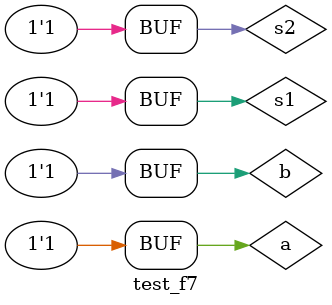
<source format=v>
module mux (output r,
input a,
input b,
input select1, select2);
// definir dados locais
wire ra;
wire rb;
wire rc;
wire rd;

// descrever por portas
or(ra, a, b);
nor(rb, a, b);
xor(rc, a, b);
xnor(rd, a, b);

assign r = (select1 && select2)? rd : (select2)? rb : (select1)? rc : ra;

endmodule // mux

module test_f7;
// ------------------------- definir dados
reg a;
reg b;
reg s1;
reg s2;
wire r;
mux MUX1( r, a, b, s1, s2);
// ------------------------- parte principal
initial
begin : main
$display("Exemplo_0704 - Anna Puga - 694370");
$display(" a  b  s   resp");

#1$monitor("%2b %2b  %b%b %3b", a, b, s1, s2, r);

 
    a = 1'b0; b = 1'b0; s1 = 1'b0; s2 = 1'b0;
#1                                 s2 = 1'b1;          
#1                      s1 = 1'b1; s2 = 1'b0;
#1                                 s2 = 1'b1;          
#1 a = 1'b0; b = 1'b1;  s1 = 1'b0; s2 = 1'b0;
#1                                 s2 = 1'b1;
#1                      s1 = 1'b1; s2 = 1'b0;         
#1                                 s2 = 1'b1;
#1 a = 1'b1; b = 1'b0;  s1 = 1'b0; s2 = 1'b0;          
#1                                 s2 = 1'b1;
#1                      s1 = 1'b1; s2 = 1'b0;          
#1                                 s2 = 1'b1;
#1 a = 1'b1; b = 1'b1;  s1 = 1'b0; s2 = 1'b0;
#1                                 s2 = 1'b1;          
#1                      s1 = 1'b1; s2 = 1'b0;
#1                                 s2 = 1'b1;                   
// projetar testes do modulo
end
endmodule // test_f7
</source>
